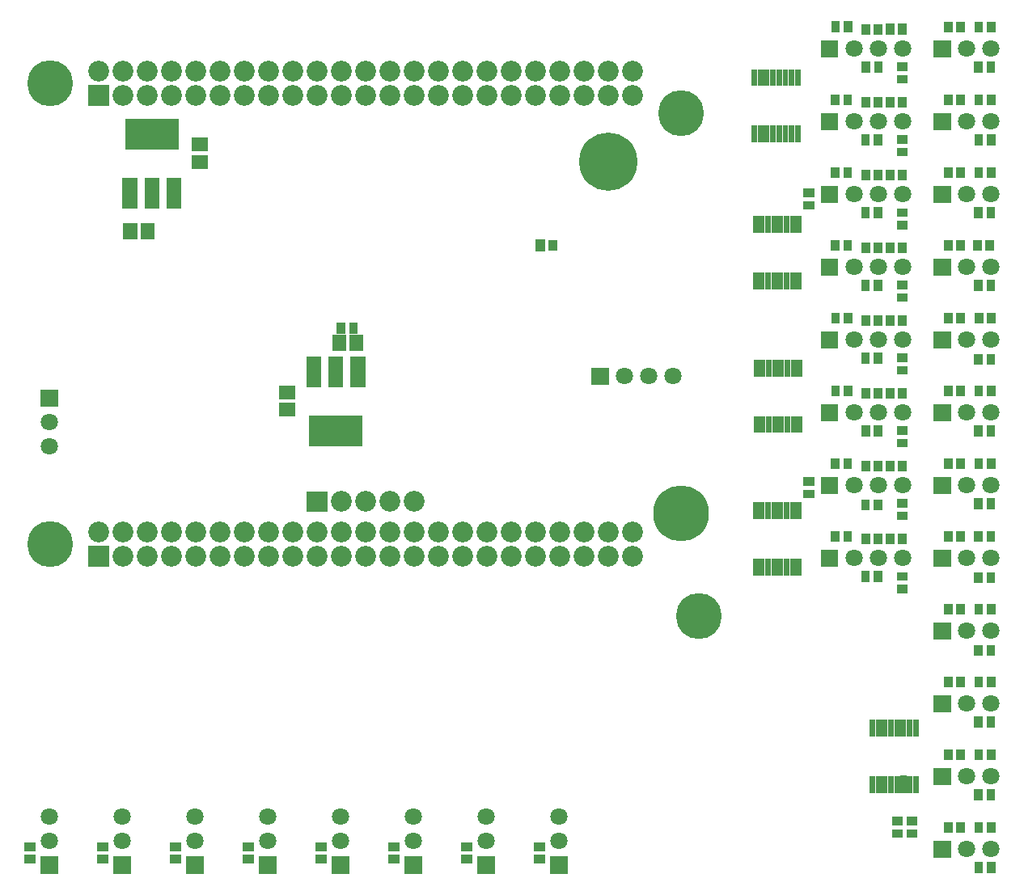
<source format=gbr>
G04 start of page 9 for group -4062 idx -4062 *
G04 Title: 971 BBB Cape, soldermask *
G04 Creator: pcb 20110918 *
G04 CreationDate: Thu Dec  5 05:46:54 2013 UTC *
G04 For: brians *
G04 Format: Gerber/RS-274X *
G04 PCB-Dimensions: 500000 400000 *
G04 PCB-Coordinate-Origin: lower left *
%MOIN*%
%FSLAX25Y25*%
%LNBOTTOMMASK*%
%ADD285R,0.0405X0.0405*%
%ADD284R,0.1280X0.1280*%
%ADD283R,0.0620X0.0620*%
%ADD282R,0.0572X0.0572*%
%ADD281R,0.0280X0.0280*%
%ADD280R,0.0230X0.0230*%
%ADD279R,0.0355X0.0355*%
%ADD278C,0.2300*%
%ADD277C,0.0860*%
%ADD276C,0.2400*%
%ADD275C,0.1890*%
%ADD274C,0.0001*%
%ADD273C,0.0710*%
G54D273*X417000Y384000D03*
Y294000D03*
Y354000D03*
X427000Y384000D03*
Y294000D03*
Y354000D03*
G54D274*G36*
X403450Y357550D02*Y350450D01*
X410550D01*
Y357550D01*
X403450D01*
G37*
G54D275*X345799Y357329D03*
G54D276*X315799Y337329D03*
G54D275*X85799Y369829D03*
G54D277*X105799Y374829D03*
G54D274*G36*
X101499Y369129D02*Y360529D01*
X110099D01*
Y369129D01*
X101499D01*
G37*
G54D277*X115799Y374829D03*
Y364829D03*
X125799Y374829D03*
Y364829D03*
X135799Y374829D03*
Y364829D03*
X145799Y374829D03*
Y364829D03*
X155799D03*
X165799D03*
X155799Y374829D03*
X165799D03*
X175799D03*
X185799D03*
X195799D03*
X205799D03*
X175799Y364829D03*
X185799D03*
X195799D03*
X205799D03*
X215799Y374829D03*
X225799D03*
X235799D03*
X215799Y364829D03*
X225799D03*
X235799D03*
X245799D03*
X255799D03*
X265799D03*
X245799Y374829D03*
X255799D03*
X265799D03*
X275799D03*
Y364829D03*
X285799Y374829D03*
X295799D03*
X305799D03*
X315799D03*
X325799D03*
X285799Y364829D03*
X295799D03*
X305799D03*
X315799D03*
X325799D03*
G54D274*G36*
X449950Y267550D02*Y260450D01*
X457050D01*
Y267550D01*
X449950D01*
G37*
G36*
Y207550D02*Y200450D01*
X457050D01*
Y207550D01*
X449950D01*
G37*
G36*
Y177550D02*Y170450D01*
X457050D01*
Y177550D01*
X449950D01*
G37*
G54D273*X463500Y264000D03*
Y204000D03*
Y174000D03*
Y144000D03*
Y114000D03*
Y84000D03*
X473500Y264000D03*
Y204000D03*
Y174000D03*
Y144000D03*
Y114000D03*
Y84000D03*
G54D274*G36*
X449950Y237550D02*Y230450D01*
X457050D01*
Y237550D01*
X449950D01*
G37*
G54D273*X463500Y234000D03*
X473500D03*
G54D274*G36*
X449950Y147550D02*Y140450D01*
X457050D01*
Y147550D01*
X449950D01*
G37*
G36*
Y117550D02*Y110450D01*
X457050D01*
Y117550D01*
X449950D01*
G37*
G36*
Y87550D02*Y80450D01*
X457050D01*
Y87550D01*
X449950D01*
G37*
G36*
Y57550D02*Y50450D01*
X457050D01*
Y57550D01*
X449950D01*
G37*
G54D273*X463500Y54000D03*
X473500D03*
G54D274*G36*
X449950Y327550D02*Y320450D01*
X457050D01*
Y327550D01*
X449950D01*
G37*
G54D273*X463500Y324000D03*
X473500D03*
G54D274*G36*
X449950Y297550D02*Y290450D01*
X457050D01*
Y297550D01*
X449950D01*
G37*
G54D273*X463500Y294000D03*
X473500D03*
X437000Y324000D03*
G54D274*G36*
X308891Y252550D02*Y245450D01*
X315991D01*
Y252550D01*
X308891D01*
G37*
G54D273*X322441Y249000D03*
X332441D03*
X342441D03*
G54D278*X345799Y192329D03*
G54D275*X353000Y150000D03*
G54D274*G36*
X449950Y387550D02*Y380450D01*
X457050D01*
Y387550D01*
X449950D01*
G37*
G54D273*X463500Y384000D03*
X473500D03*
G54D274*G36*
X403450Y387550D02*Y380450D01*
X410550D01*
Y387550D01*
X403450D01*
G37*
G36*
Y297550D02*Y290450D01*
X410550D01*
Y297550D01*
X403450D01*
G37*
G36*
Y327550D02*Y320450D01*
X410550D01*
Y327550D01*
X403450D01*
G37*
G54D273*X417000Y324000D03*
X427000D03*
G54D274*G36*
X449950Y357550D02*Y350450D01*
X457050D01*
Y357550D01*
X449950D01*
G37*
G54D273*X437000Y354000D03*
X463500D03*
X473500D03*
X437000Y384000D03*
Y174000D03*
Y204000D03*
Y234000D03*
Y264000D03*
Y294000D03*
G54D274*G36*
X403450Y177550D02*Y170450D01*
X410550D01*
Y177550D01*
X403450D01*
G37*
G36*
Y207550D02*Y200450D01*
X410550D01*
Y207550D01*
X403450D01*
G37*
G36*
Y237550D02*Y230450D01*
X410550D01*
Y237550D01*
X403450D01*
G37*
G36*
Y267550D02*Y260450D01*
X410550D01*
Y267550D01*
X403450D01*
G37*
G54D273*X417000Y174000D03*
Y204000D03*
Y234000D03*
Y264000D03*
X427000Y174000D03*
Y204000D03*
Y234000D03*
Y264000D03*
G54D274*G36*
X201891Y51050D02*Y43950D01*
X208991D01*
Y51050D01*
X201891D01*
G37*
G54D273*X205441Y57500D03*
Y67500D03*
G54D274*G36*
X231891Y51050D02*Y43950D01*
X238991D01*
Y51050D01*
X231891D01*
G37*
G54D273*X235441Y57500D03*
Y67500D03*
G54D274*G36*
X261891Y51050D02*Y43950D01*
X268991D01*
Y51050D01*
X261891D01*
G37*
G36*
X171891D02*Y43950D01*
X178991D01*
Y51050D01*
X171891D01*
G37*
G36*
X141891D02*Y43950D01*
X148991D01*
Y51050D01*
X141891D01*
G37*
G36*
X111891D02*Y43950D01*
X118991D01*
Y51050D01*
X111891D01*
G37*
G36*
X81891D02*Y43950D01*
X88991D01*
Y51050D01*
X81891D01*
G37*
G54D273*X265441Y57500D03*
X175441D03*
X145441D03*
X115441D03*
X85441D03*
X265441Y67500D03*
X175441D03*
G54D274*G36*
X291891Y51050D02*Y43950D01*
X298991D01*
Y51050D01*
X291891D01*
G37*
G54D273*X295441Y57500D03*
Y67500D03*
X145441D03*
X115441D03*
X85441D03*
G54D275*X85799Y179829D03*
G54D277*X105799Y184829D03*
G54D274*G36*
X101499Y179129D02*Y170529D01*
X110099D01*
Y179129D01*
X101499D01*
G37*
G54D277*X115799Y184829D03*
Y174829D03*
X125799Y184829D03*
Y174829D03*
G54D274*G36*
X81891Y243550D02*Y236450D01*
X88991D01*
Y243550D01*
X81891D01*
G37*
G54D273*X85441Y230000D03*
Y220000D03*
G54D277*X135799Y184829D03*
X145799D03*
X155799D03*
X135799Y174829D03*
X145799D03*
X155799D03*
X165799Y184829D03*
X175799D03*
X185799D03*
X195799D03*
X165799Y174829D03*
X175799D03*
X185799D03*
X195799D03*
G54D274*G36*
X191499Y201629D02*Y193029D01*
X200099D01*
Y201629D01*
X191499D01*
G37*
G54D277*X205799Y197329D03*
X215799D03*
X225799D03*
X235799D03*
X205799Y184829D03*
X215799D03*
X225799D03*
X205799Y174829D03*
X215799D03*
X225799D03*
X235799D03*
X245799D03*
X255799D03*
X235799Y184829D03*
X245799D03*
X255799D03*
X265799D03*
Y174829D03*
X275799Y184829D03*
X285799D03*
X295799D03*
X305799D03*
X315799D03*
X325799D03*
X275799Y174829D03*
X285799D03*
X295799D03*
X305799D03*
X315799D03*
X325799D03*
G54D279*X397949Y205559D02*X398933D01*
X397949Y200441D02*X398933D01*
G54D280*X376485Y195917D02*Y191311D01*
X379044Y195917D02*Y191311D01*
X381603Y195917D02*Y191311D01*
X384162Y195917D02*Y191311D01*
X386720Y195917D02*Y191311D01*
X389279Y195917D02*Y191311D01*
X391838Y195917D02*Y191311D01*
X394397Y195917D02*Y191311D01*
G54D279*X436449Y311382D02*X437433D01*
X427000Y302492D02*Y301508D01*
X421882Y302492D02*Y301508D01*
X437000Y302492D02*Y301508D01*
X431882Y302492D02*Y301508D01*
X436508Y286559D02*X437492D01*
X414500Y303492D02*Y302508D01*
X409382Y303492D02*Y302508D01*
X426941Y286992D02*Y286008D01*
X427000Y272492D02*Y271508D01*
X426941Y256992D02*Y256008D01*
X427000Y242492D02*Y241508D01*
X421823Y286992D02*Y286008D01*
X421882Y272492D02*Y271508D01*
X414559Y273492D02*Y272508D01*
X409441Y273492D02*Y272508D01*
X436508Y281441D02*X437492D01*
X437000Y272492D02*Y271508D01*
X431882Y272492D02*Y271508D01*
X409441Y243492D02*Y242508D01*
X436508Y196559D02*X437492D01*
X436508Y191441D02*X437492D01*
X434449Y65559D02*X435433D01*
X434449Y60441D02*X435433D01*
G54D280*X394747Y231460D02*Y226854D01*
X392188Y231460D02*Y226854D01*
X389629Y231460D02*Y226854D01*
X387070Y231460D02*Y226854D01*
X384512Y231460D02*Y226854D01*
X381953Y231460D02*Y226854D01*
X379394Y231460D02*Y226854D01*
X376835Y231460D02*Y226854D01*
Y254688D02*Y250082D01*
X379394Y254688D02*Y250082D01*
X381953Y254688D02*Y250082D01*
X384512Y254688D02*Y250082D01*
X387070Y254688D02*Y250082D01*
X389629Y254688D02*Y250082D01*
X392188Y254688D02*Y250082D01*
X391838Y290689D02*Y286083D01*
X394747Y254688D02*Y250082D01*
X394397Y290689D02*Y286083D01*
X389279Y290689D02*Y286083D01*
X386720Y290689D02*Y286083D01*
X384162Y290689D02*Y286083D01*
X381603Y290689D02*Y286083D01*
X379044Y290689D02*Y286083D01*
X376485Y290689D02*Y286083D01*
X393897Y351189D02*Y346583D01*
X391338Y351189D02*Y346583D01*
X388779Y351189D02*Y346583D01*
X386220Y351189D02*Y346583D01*
X383662Y351189D02*Y346583D01*
X381103Y351189D02*Y346583D01*
X378544Y351189D02*Y346583D01*
X375985Y351189D02*Y346583D01*
G54D279*X397949Y324559D02*X398933D01*
X397949Y319441D02*X398933D01*
G54D280*X384162Y313917D02*Y309311D01*
X386720Y313917D02*Y309311D01*
X381603Y313917D02*Y309311D01*
X376485Y313917D02*Y309311D01*
X379044Y313917D02*Y309311D01*
X389279Y313917D02*Y309311D01*
X391838Y313917D02*Y309311D01*
X394397Y313917D02*Y309311D01*
G54D279*X286949Y49941D02*X287933D01*
X256949D02*X257933D01*
X226949D02*X227933D01*
X196949D02*X197933D01*
X286949Y55059D02*X287933D01*
X256949D02*X257933D01*
X226949D02*X227933D01*
X196949D02*X197933D01*
X461000Y393492D02*Y392508D01*
X455882Y393492D02*Y392508D01*
X461059Y363492D02*Y362508D01*
X473500Y376992D02*Y376008D01*
X468382Y376992D02*Y376008D01*
X468441Y363492D02*Y362508D01*
X468500Y346992D02*Y346008D01*
X455941Y363492D02*Y362508D01*
X461000Y333492D02*Y332508D01*
X455882Y333492D02*Y332508D01*
X473500Y316992D02*Y316008D01*
X468382Y316992D02*Y316008D01*
X468441Y333492D02*Y332508D01*
X473559Y393492D02*Y392508D01*
X468441Y393492D02*Y392508D01*
X427000Y392492D02*Y391508D01*
X426941Y346992D02*Y346008D01*
X427118Y377051D02*Y376067D01*
X421882Y392492D02*Y391508D01*
X421823Y346992D02*Y346008D01*
X422000Y377051D02*Y376067D01*
X427000Y362492D02*Y361508D01*
X421882Y362492D02*Y361508D01*
X414500Y363492D02*Y362508D01*
X409382Y363492D02*Y362508D01*
X437000Y362492D02*Y361508D01*
X431882Y362492D02*Y361508D01*
X436449Y346618D02*X437433D01*
X437059Y392610D02*Y391626D01*
X436449Y376618D02*X437433D01*
X436449Y371500D02*X437433D01*
X431941Y392610D02*Y391626D01*
X414559Y393610D02*Y392626D01*
X409441Y393610D02*Y392626D01*
X436449Y341500D02*X437433D01*
X427000Y332492D02*Y331508D01*
X437000Y332492D02*Y331508D01*
X431882Y332492D02*Y331508D01*
X426941Y316992D02*Y316008D01*
X421823Y316992D02*Y316008D01*
X436449Y316500D02*X437433D01*
X414500Y333492D02*Y332508D01*
X409382Y333492D02*Y332508D01*
X421882Y332492D02*Y331508D01*
G54D280*X375985Y374417D02*Y369811D01*
X378544Y374417D02*Y369811D01*
X381103Y374417D02*Y369811D01*
X383662Y374417D02*Y369811D01*
X386220Y374417D02*Y369811D01*
X388779Y374417D02*Y369811D01*
X391338Y374417D02*Y369811D01*
X393897Y374417D02*Y369811D01*
X394397Y172689D02*Y168083D01*
X391838Y172689D02*Y168083D01*
X389279Y172689D02*Y168083D01*
X386720Y172689D02*Y168083D01*
X384162Y172689D02*Y168083D01*
X381603Y172689D02*Y168083D01*
X379044Y172689D02*Y168083D01*
X376485Y172689D02*Y168083D01*
G54D279*X461000Y153492D02*Y152508D01*
X473500Y166492D02*Y165508D01*
X468382Y166492D02*Y165508D01*
X468441Y153492D02*Y152508D01*
X455882Y153492D02*Y152508D01*
X426941Y166992D02*Y166008D01*
X421823Y166992D02*Y166008D01*
X436449Y166500D02*X437433D01*
X436449Y161382D02*X437433D01*
X473559Y153492D02*Y152508D01*
X461000Y123492D02*Y122508D01*
X455882Y123492D02*Y122508D01*
X473559Y123492D02*Y122508D01*
X468441Y123492D02*Y122508D01*
X473559Y93492D02*Y92508D01*
X468441Y93492D02*Y92508D01*
X461059Y93492D02*Y92508D01*
X455941Y93492D02*Y92508D01*
X473500Y106992D02*Y106008D01*
X468382Y106992D02*Y106008D01*
X473500Y136492D02*Y135508D01*
X468382Y136492D02*Y135508D01*
X461000Y213492D02*Y212508D01*
X455882Y213492D02*Y212508D01*
X461000Y243492D02*Y242508D01*
X455882Y243492D02*Y242508D01*
X468382Y226992D02*Y226008D01*
X468441Y243492D02*Y242508D01*
Y213492D02*Y212508D01*
X473500Y196992D02*Y196008D01*
Y183492D02*Y182508D01*
X468382Y196992D02*Y196008D01*
Y183492D02*Y182508D01*
X461000Y183492D02*Y182508D01*
X455882Y183492D02*Y182508D01*
X461000Y273492D02*Y272508D01*
Y303492D02*Y302508D01*
X455882Y273492D02*Y272508D01*
Y303492D02*Y302508D01*
X436508Y256559D02*X437492D01*
X436508Y251441D02*X437492D01*
X437000Y242492D02*Y241508D01*
X431882Y242492D02*Y241508D01*
X427059Y226992D02*Y226008D01*
X436508Y226559D02*X437492D01*
X436508Y221441D02*X437492D01*
X421941Y226992D02*Y226008D01*
X421823Y256992D02*Y256008D01*
X421882Y242492D02*Y241508D01*
X414559Y243492D02*Y242508D01*
X427000Y212492D02*Y211508D01*
X437000Y212492D02*Y211508D01*
X431882Y212492D02*Y211508D01*
X414500Y213492D02*Y212508D01*
X409382Y213492D02*Y212508D01*
X421882Y212492D02*Y211508D01*
X426941Y196492D02*Y195508D01*
X421823Y196492D02*Y195508D01*
X437000Y182492D02*Y181508D01*
X431882Y182492D02*Y181508D01*
X427000Y182492D02*Y181508D01*
X421882Y182492D02*Y181508D01*
X414500Y183492D02*Y182508D01*
X409382Y183492D02*Y182508D01*
X473500Y256492D02*Y255508D01*
X468382Y256492D02*Y255508D01*
X473677Y273492D02*Y272508D01*
X468559Y273492D02*Y272508D01*
X473500Y226992D02*Y226008D01*
X473559Y243492D02*Y242508D01*
Y213492D02*Y212508D01*
Y363492D02*Y362508D01*
Y333492D02*Y332508D01*
X473000Y303492D02*Y302508D01*
X473500Y286992D02*Y286008D01*
X468382Y286992D02*Y286008D01*
X467882Y303492D02*Y302508D01*
X473618Y346992D02*Y346008D01*
G54D280*X442559Y83075D02*Y78469D01*
X440000Y83075D02*Y78469D01*
G54D281*X437441Y83075D02*Y78469D01*
G54D280*X434882Y83075D02*Y78469D01*
X432324Y83075D02*Y78469D01*
X429765Y83075D02*Y78469D01*
X427206Y83075D02*Y78469D01*
X424647Y83075D02*Y78469D01*
G54D279*X440449Y65559D02*X441433D01*
X440449Y60441D02*X441433D01*
G54D280*X424647Y106303D02*Y101697D01*
X427206Y106303D02*Y101697D01*
X429765Y106303D02*Y101697D01*
X432324Y106303D02*Y101697D01*
X434882Y106303D02*Y101697D01*
X437441Y106303D02*Y101697D01*
X440000Y106303D02*Y101697D01*
X442559Y106303D02*Y101697D01*
G54D279*X461059Y63492D02*Y62508D01*
X455941Y63492D02*Y62508D01*
X468441Y63492D02*Y62508D01*
X473559Y46992D02*Y46008D01*
X468441Y46992D02*Y46008D01*
X473559Y63492D02*Y62508D01*
X473500Y76992D02*Y76008D01*
X468382Y76992D02*Y76008D01*
G54D282*X147048Y344543D02*X147834D01*
X147048Y337457D02*X147834D01*
G54D283*X136799Y327729D02*Y321129D01*
X127799Y327729D02*Y321129D01*
X118699Y327729D02*Y321129D01*
G54D284*X123299Y348829D02*X132299D01*
G54D282*X204998Y263293D02*Y262507D01*
X183148Y235357D02*X183934D01*
X183148Y242443D02*X183934D01*
G54D283*X194441Y254200D02*Y247600D01*
X203441Y254200D02*Y247600D01*
G54D284*X198941Y226500D02*X207941D01*
G54D282*X125885Y309222D02*Y308436D01*
X118799Y309222D02*Y308436D01*
G54D279*X76949Y49941D02*X77933D01*
X76949Y55059D02*X77933D01*
X106949Y49941D02*X107933D01*
X106949Y55059D02*X107933D01*
X166949Y49941D02*X167933D01*
X166949Y55059D02*X167933D01*
X136949Y49941D02*X137933D01*
X136949Y55059D02*X137933D01*
X205681Y269321D02*Y268337D01*
X210799Y269321D02*Y268337D01*
G54D282*X212084Y263293D02*Y262507D01*
G54D283*X212541Y254200D02*Y247600D01*
G54D285*X287917Y303449D02*Y302465D01*
G54D279*X293035Y303449D02*Y302465D01*
M02*

</source>
